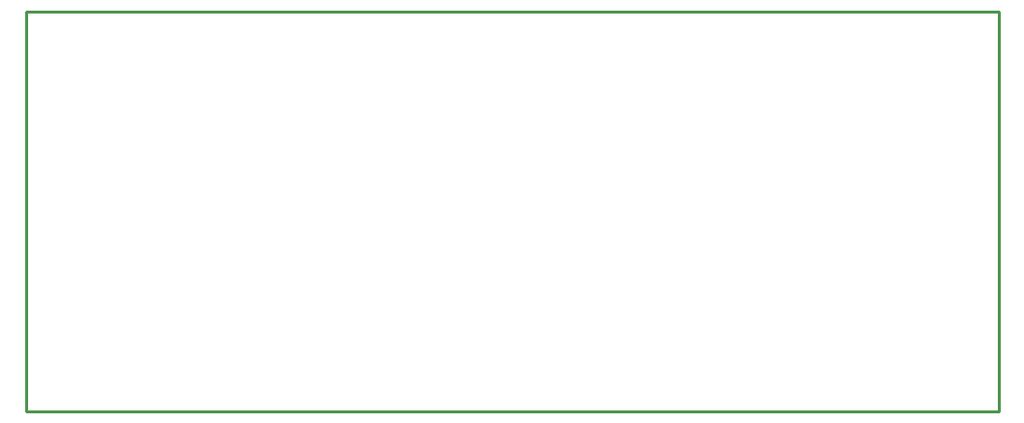
<source format=gko>
G04*
G04 #@! TF.GenerationSoftware,Altium Limited,Altium Designer,21.1.1 (26)*
G04*
G04 Layer_Color=16711935*
%FSLAX44Y44*%
%MOMM*%
G71*
G04*
G04 #@! TF.SameCoordinates,3C77BDBD-CB03-4F6D-911F-F831D2F562CC*
G04*
G04*
G04 #@! TF.FilePolarity,Positive*
G04*
G01*
G75*
%ADD20C,0.2540*%
D20*
X0Y0D02*
Y350000D01*
X850000D01*
X0Y0D02*
X850000D01*
Y350000D01*
M02*

</source>
